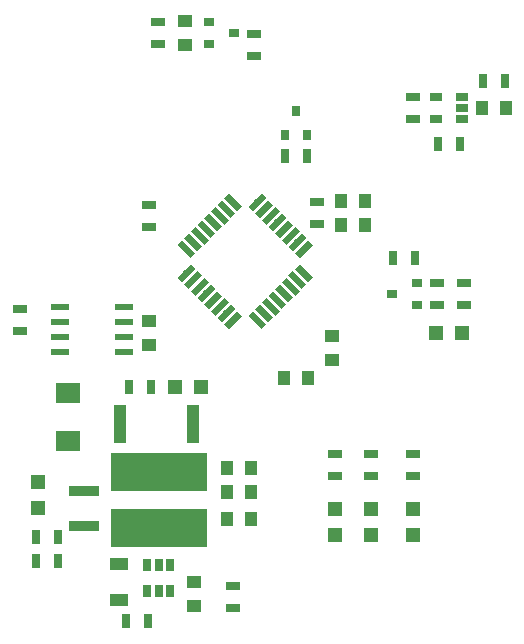
<source format=gtp>
G04 #@! TF.GenerationSoftware,KiCad,Pcbnew,5.0.0-fee4fd1~66~ubuntu18.04.1*
G04 #@! TF.CreationDate,2018-10-13T10:41:21-04:00*
G04 #@! TF.ProjectId,Intro,496E74726F2E6B696361645F70636200,rev?*
G04 #@! TF.SameCoordinates,Original*
G04 #@! TF.FileFunction,Paste,Top*
G04 #@! TF.FilePolarity,Positive*
%FSLAX46Y46*%
G04 Gerber Fmt 4.6, Leading zero omitted, Abs format (unit mm)*
G04 Created by KiCad (PCBNEW 5.0.0-fee4fd1~66~ubuntu18.04.1) date Sat Oct 13 10:41:21 2018*
%MOMM*%
%LPD*%
G01*
G04 APERTURE LIST*
%ADD10R,1.250000X1.000000*%
%ADD11R,1.000000X1.250000*%
%ADD12R,1.200000X1.200000*%
%ADD13R,2.500000X0.900000*%
%ADD14C,0.550000*%
%ADD15C,0.100000*%
%ADD16R,8.200000X3.300000*%
%ADD17R,1.300000X0.700000*%
%ADD18R,0.700000X1.300000*%
%ADD19R,0.650000X1.060000*%
%ADD20R,1.600000X1.000000*%
%ADD21R,2.159000X1.778000*%
%ADD22R,0.800000X0.900000*%
%ADD23R,0.900000X0.800000*%
%ADD24R,1.000000X3.200000*%
%ADD25R,1.550000X0.600000*%
%ADD26R,1.060000X0.650000*%
G04 APERTURE END LIST*
D10*
G04 #@! TO.C,C4*
X140970000Y-87138000D03*
X140970000Y-89138000D03*
G04 #@! TD*
G04 #@! TO.C,C5*
X144780000Y-111236000D03*
X144780000Y-109236000D03*
G04 #@! TD*
G04 #@! TO.C,C6*
X156464000Y-88408000D03*
X156464000Y-90408000D03*
G04 #@! TD*
D11*
G04 #@! TO.C,C10*
X171180000Y-69088000D03*
X169180000Y-69088000D03*
G04 #@! TD*
G04 #@! TO.C,C11*
X147590000Y-101600000D03*
X149590000Y-101600000D03*
G04 #@! TD*
G04 #@! TO.C,C12*
X147590000Y-103886000D03*
X149590000Y-103886000D03*
G04 #@! TD*
D12*
G04 #@! TO.C,D2*
X143172000Y-92710000D03*
X145372000Y-92710000D03*
G04 #@! TD*
G04 #@! TO.C,D6*
X159766000Y-103040000D03*
X159766000Y-105240000D03*
G04 #@! TD*
D13*
G04 #@! TO.C,F1*
X135489500Y-101552500D03*
X135489500Y-104452500D03*
G04 #@! TD*
D14*
G04 #@! TO.C,IC1*
X144112897Y-83076610D03*
D15*
G36*
X143741666Y-83836750D02*
X143352757Y-83447841D01*
X144484128Y-82316470D01*
X144873037Y-82705379D01*
X143741666Y-83836750D01*
X143741666Y-83836750D01*
G37*
D14*
X144678583Y-83642295D03*
D15*
G36*
X144307352Y-84402435D02*
X143918443Y-84013526D01*
X145049814Y-82882155D01*
X145438723Y-83271064D01*
X144307352Y-84402435D01*
X144307352Y-84402435D01*
G37*
D14*
X145244268Y-84207981D03*
D15*
G36*
X144873037Y-84968121D02*
X144484128Y-84579212D01*
X145615499Y-83447841D01*
X146004408Y-83836750D01*
X144873037Y-84968121D01*
X144873037Y-84968121D01*
G37*
D14*
X145809953Y-84773666D03*
D15*
G36*
X145438722Y-85533806D02*
X145049813Y-85144897D01*
X146181184Y-84013526D01*
X146570093Y-84402435D01*
X145438722Y-85533806D01*
X145438722Y-85533806D01*
G37*
D14*
X146375639Y-85339352D03*
D15*
G36*
X146004408Y-86099492D02*
X145615499Y-85710583D01*
X146746870Y-84579212D01*
X147135779Y-84968121D01*
X146004408Y-86099492D01*
X146004408Y-86099492D01*
G37*
D14*
X146941324Y-85905037D03*
D15*
G36*
X146570093Y-86665177D02*
X146181184Y-86276268D01*
X147312555Y-85144897D01*
X147701464Y-85533806D01*
X146570093Y-86665177D01*
X146570093Y-86665177D01*
G37*
D14*
X147507010Y-86470722D03*
D15*
G36*
X147135779Y-87230862D02*
X146746870Y-86841953D01*
X147878241Y-85710582D01*
X148267150Y-86099491D01*
X147135779Y-87230862D01*
X147135779Y-87230862D01*
G37*
D14*
X148072695Y-87036408D03*
D15*
G36*
X147701464Y-87796548D02*
X147312555Y-87407639D01*
X148443926Y-86276268D01*
X148832835Y-86665177D01*
X147701464Y-87796548D01*
X147701464Y-87796548D01*
G37*
D14*
X150123305Y-87036408D03*
D15*
G36*
X150883445Y-87407639D02*
X150494536Y-87796548D01*
X149363165Y-86665177D01*
X149752074Y-86276268D01*
X150883445Y-87407639D01*
X150883445Y-87407639D01*
G37*
D14*
X150688990Y-86470722D03*
D15*
G36*
X151449130Y-86841953D02*
X151060221Y-87230862D01*
X149928850Y-86099491D01*
X150317759Y-85710582D01*
X151449130Y-86841953D01*
X151449130Y-86841953D01*
G37*
D14*
X151254676Y-85905037D03*
D15*
G36*
X152014816Y-86276268D02*
X151625907Y-86665177D01*
X150494536Y-85533806D01*
X150883445Y-85144897D01*
X152014816Y-86276268D01*
X152014816Y-86276268D01*
G37*
D14*
X151820361Y-85339352D03*
D15*
G36*
X152580501Y-85710583D02*
X152191592Y-86099492D01*
X151060221Y-84968121D01*
X151449130Y-84579212D01*
X152580501Y-85710583D01*
X152580501Y-85710583D01*
G37*
D14*
X152386047Y-84773666D03*
D15*
G36*
X153146187Y-85144897D02*
X152757278Y-85533806D01*
X151625907Y-84402435D01*
X152014816Y-84013526D01*
X153146187Y-85144897D01*
X153146187Y-85144897D01*
G37*
D14*
X152951732Y-84207981D03*
D15*
G36*
X153711872Y-84579212D02*
X153322963Y-84968121D01*
X152191592Y-83836750D01*
X152580501Y-83447841D01*
X153711872Y-84579212D01*
X153711872Y-84579212D01*
G37*
D14*
X153517417Y-83642295D03*
D15*
G36*
X154277557Y-84013526D02*
X153888648Y-84402435D01*
X152757277Y-83271064D01*
X153146186Y-82882155D01*
X154277557Y-84013526D01*
X154277557Y-84013526D01*
G37*
D14*
X154083103Y-83076610D03*
D15*
G36*
X154843243Y-83447841D02*
X154454334Y-83836750D01*
X153322963Y-82705379D01*
X153711872Y-82316470D01*
X154843243Y-83447841D01*
X154843243Y-83447841D01*
G37*
D14*
X154083103Y-81026000D03*
D15*
G36*
X153711872Y-81786140D02*
X153322963Y-81397231D01*
X154454334Y-80265860D01*
X154843243Y-80654769D01*
X153711872Y-81786140D01*
X153711872Y-81786140D01*
G37*
D14*
X153517417Y-80460315D03*
D15*
G36*
X153146186Y-81220455D02*
X152757277Y-80831546D01*
X153888648Y-79700175D01*
X154277557Y-80089084D01*
X153146186Y-81220455D01*
X153146186Y-81220455D01*
G37*
D14*
X152951732Y-79894629D03*
D15*
G36*
X152580501Y-80654769D02*
X152191592Y-80265860D01*
X153322963Y-79134489D01*
X153711872Y-79523398D01*
X152580501Y-80654769D01*
X152580501Y-80654769D01*
G37*
D14*
X152386047Y-79328944D03*
D15*
G36*
X152014816Y-80089084D02*
X151625907Y-79700175D01*
X152757278Y-78568804D01*
X153146187Y-78957713D01*
X152014816Y-80089084D01*
X152014816Y-80089084D01*
G37*
D14*
X151820361Y-78763258D03*
D15*
G36*
X151449130Y-79523398D02*
X151060221Y-79134489D01*
X152191592Y-78003118D01*
X152580501Y-78392027D01*
X151449130Y-79523398D01*
X151449130Y-79523398D01*
G37*
D14*
X151254676Y-78197573D03*
D15*
G36*
X150883445Y-78957713D02*
X150494536Y-78568804D01*
X151625907Y-77437433D01*
X152014816Y-77826342D01*
X150883445Y-78957713D01*
X150883445Y-78957713D01*
G37*
D14*
X150688990Y-77631888D03*
D15*
G36*
X150317759Y-78392028D02*
X149928850Y-78003119D01*
X151060221Y-76871748D01*
X151449130Y-77260657D01*
X150317759Y-78392028D01*
X150317759Y-78392028D01*
G37*
D14*
X150123305Y-77066202D03*
D15*
G36*
X149752074Y-77826342D02*
X149363165Y-77437433D01*
X150494536Y-76306062D01*
X150883445Y-76694971D01*
X149752074Y-77826342D01*
X149752074Y-77826342D01*
G37*
D14*
X148072695Y-77066202D03*
D15*
G36*
X148832835Y-77437433D02*
X148443926Y-77826342D01*
X147312555Y-76694971D01*
X147701464Y-76306062D01*
X148832835Y-77437433D01*
X148832835Y-77437433D01*
G37*
D14*
X147507010Y-77631888D03*
D15*
G36*
X148267150Y-78003119D02*
X147878241Y-78392028D01*
X146746870Y-77260657D01*
X147135779Y-76871748D01*
X148267150Y-78003119D01*
X148267150Y-78003119D01*
G37*
D14*
X146941324Y-78197573D03*
D15*
G36*
X147701464Y-78568804D02*
X147312555Y-78957713D01*
X146181184Y-77826342D01*
X146570093Y-77437433D01*
X147701464Y-78568804D01*
X147701464Y-78568804D01*
G37*
D14*
X146375639Y-78763258D03*
D15*
G36*
X147135779Y-79134489D02*
X146746870Y-79523398D01*
X145615499Y-78392027D01*
X146004408Y-78003118D01*
X147135779Y-79134489D01*
X147135779Y-79134489D01*
G37*
D14*
X145809953Y-79328944D03*
D15*
G36*
X146570093Y-79700175D02*
X146181184Y-80089084D01*
X145049813Y-78957713D01*
X145438722Y-78568804D01*
X146570093Y-79700175D01*
X146570093Y-79700175D01*
G37*
D14*
X145244268Y-79894629D03*
D15*
G36*
X146004408Y-80265860D02*
X145615499Y-80654769D01*
X144484128Y-79523398D01*
X144873037Y-79134489D01*
X146004408Y-80265860D01*
X146004408Y-80265860D01*
G37*
D14*
X144678583Y-80460315D03*
D15*
G36*
X145438723Y-80831546D02*
X145049814Y-81220455D01*
X143918443Y-80089084D01*
X144307352Y-79700175D01*
X145438723Y-80831546D01*
X145438723Y-80831546D01*
G37*
D14*
X144112897Y-81026000D03*
D15*
G36*
X144873037Y-81397231D02*
X144484128Y-81786140D01*
X143352757Y-80654769D01*
X143741666Y-80265860D01*
X144873037Y-81397231D01*
X144873037Y-81397231D01*
G37*
G04 #@! TD*
D16*
G04 #@! TO.C,L1*
X141795500Y-104648500D03*
X141795500Y-99948500D03*
G04 #@! TD*
D17*
G04 #@! TO.C,R1*
X155194000Y-77028000D03*
X155194000Y-78928000D03*
G04 #@! TD*
D18*
G04 #@! TO.C,R2*
X133284000Y-105410000D03*
X131384000Y-105410000D03*
G04 #@! TD*
G04 #@! TO.C,R3*
X133284000Y-107442000D03*
X131384000Y-107442000D03*
G04 #@! TD*
G04 #@! TO.C,R6*
X171130000Y-66802000D03*
X169230000Y-66802000D03*
G04 #@! TD*
D17*
G04 #@! TO.C,R8*
X140970000Y-79182000D03*
X140970000Y-77282000D03*
G04 #@! TD*
D18*
G04 #@! TO.C,R11*
X167320000Y-72136000D03*
X165420000Y-72136000D03*
G04 #@! TD*
G04 #@! TO.C,R12*
X139258000Y-92710000D03*
X141158000Y-92710000D03*
G04 #@! TD*
G04 #@! TO.C,R16*
X152466000Y-73152000D03*
X154366000Y-73152000D03*
G04 #@! TD*
D19*
G04 #@! TO.C,U2*
X142720100Y-107802500D03*
X141770100Y-107802500D03*
X140820100Y-107802500D03*
X140820100Y-110002500D03*
X142720100Y-110002500D03*
X141770100Y-110002500D03*
G04 #@! TD*
D17*
G04 #@! TO.C,R13*
X167640000Y-85786000D03*
X167640000Y-83886000D03*
G04 #@! TD*
G04 #@! TO.C,R14*
X165354000Y-85786000D03*
X165354000Y-83886000D03*
G04 #@! TD*
D18*
G04 #@! TO.C,R15*
X163510000Y-81788000D03*
X161610000Y-81788000D03*
G04 #@! TD*
D17*
G04 #@! TO.C,R17*
X163322000Y-98364000D03*
X163322000Y-100264000D03*
G04 #@! TD*
D20*
G04 #@! TO.C,C3*
X138430000Y-107720000D03*
X138430000Y-110720000D03*
G04 #@! TD*
D11*
G04 #@! TO.C,C7*
X147590000Y-99568000D03*
X149590000Y-99568000D03*
G04 #@! TD*
G04 #@! TO.C,C8*
X152416000Y-91948000D03*
X154416000Y-91948000D03*
G04 #@! TD*
D10*
G04 #@! TO.C,C9*
X144018000Y-63738000D03*
X144018000Y-61738000D03*
G04 #@! TD*
D12*
G04 #@! TO.C,D1*
X131572000Y-102954000D03*
X131572000Y-100754000D03*
G04 #@! TD*
D21*
G04 #@! TO.C,D7*
X134112000Y-93218000D03*
X134112000Y-97282000D03*
G04 #@! TD*
D22*
G04 #@! TO.C,Q1*
X152466000Y-71408000D03*
X154366000Y-71408000D03*
X153416000Y-69308000D03*
G04 #@! TD*
D23*
G04 #@! TO.C,Q2*
X163610000Y-85786000D03*
X163610000Y-83886000D03*
X161510000Y-84836000D03*
G04 #@! TD*
G04 #@! TO.C,Q5*
X146016000Y-61788000D03*
X146016000Y-63688000D03*
X148116000Y-62738000D03*
G04 #@! TD*
D24*
G04 #@! TO.C,R9*
X138505000Y-95885000D03*
X144705000Y-95885000D03*
G04 #@! TD*
D17*
G04 #@! TO.C,R19*
X163322000Y-68138000D03*
X163322000Y-70038000D03*
G04 #@! TD*
G04 #@! TO.C,R21*
X156718000Y-98364000D03*
X156718000Y-100264000D03*
G04 #@! TD*
G04 #@! TO.C,R22*
X141732000Y-63688000D03*
X141732000Y-61788000D03*
G04 #@! TD*
G04 #@! TO.C,R23*
X159766000Y-98364000D03*
X159766000Y-100264000D03*
G04 #@! TD*
G04 #@! TO.C,R24*
X149860000Y-64704000D03*
X149860000Y-62804000D03*
G04 #@! TD*
D25*
G04 #@! TO.C,U1*
X138844000Y-89789000D03*
X138844000Y-88519000D03*
X138844000Y-87249000D03*
X138844000Y-85979000D03*
X133444000Y-85979000D03*
X133444000Y-87249000D03*
X133444000Y-88519000D03*
X133444000Y-89789000D03*
G04 #@! TD*
D26*
G04 #@! TO.C,U3*
X167470000Y-70038000D03*
X167470000Y-69088000D03*
X167470000Y-68138000D03*
X165270000Y-68138000D03*
X165270000Y-70038000D03*
G04 #@! TD*
D11*
G04 #@! TO.C,C1*
X157242000Y-76962000D03*
X159242000Y-76962000D03*
G04 #@! TD*
G04 #@! TO.C,C2*
X157242000Y-78994000D03*
X159242000Y-78994000D03*
G04 #@! TD*
D12*
G04 #@! TO.C,D3*
X167470000Y-88138000D03*
X165270000Y-88138000D03*
G04 #@! TD*
G04 #@! TO.C,D4*
X163322000Y-103040000D03*
X163322000Y-105240000D03*
G04 #@! TD*
G04 #@! TO.C,D5*
X156718000Y-103040000D03*
X156718000Y-105240000D03*
G04 #@! TD*
D18*
G04 #@! TO.C,R4*
X140904000Y-112522000D03*
X139004000Y-112522000D03*
G04 #@! TD*
D17*
G04 #@! TO.C,R5*
X148082000Y-111440000D03*
X148082000Y-109540000D03*
G04 #@! TD*
G04 #@! TO.C,R7*
X130048000Y-88006000D03*
X130048000Y-86106000D03*
G04 #@! TD*
M02*

</source>
